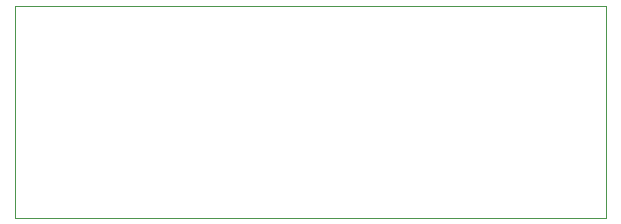
<source format=gbr>
%TF.GenerationSoftware,KiCad,Pcbnew,9.0.1*%
%TF.CreationDate,2025-04-21T23:50:01-04:00*%
%TF.ProjectId,can-nano-shield,63616e2d-6e61-46e6-9f2d-736869656c64,rev?*%
%TF.SameCoordinates,Original*%
%TF.FileFunction,Profile,NP*%
%FSLAX46Y46*%
G04 Gerber Fmt 4.6, Leading zero omitted, Abs format (unit mm)*
G04 Created by KiCad (PCBNEW 9.0.1) date 2025-04-21 23:50:01*
%MOMM*%
%LPD*%
G01*
G04 APERTURE LIST*
%TA.AperFunction,Profile*%
%ADD10C,0.050000*%
%TD*%
G04 APERTURE END LIST*
D10*
X111850000Y-83300000D02*
X161850000Y-83300000D01*
X161850000Y-101300000D01*
X111850000Y-101300000D01*
X111850000Y-83300000D01*
M02*

</source>
